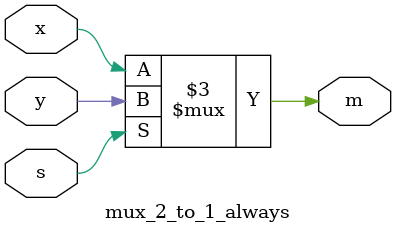
<source format=v>
`timescale 1ns / 1ps


module mux_2_to_1_always(
    input x,
    input y,
    input s,
    output m
    );
	reg m;
	always @(*) begin
		m= s==0?x:y;
	end
endmodule

</source>
